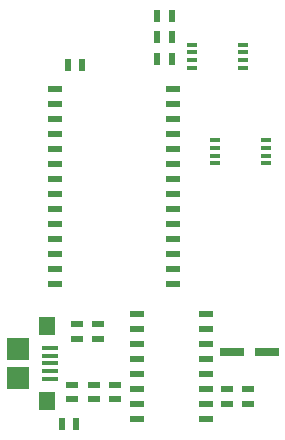
<source format=gtp>
G04*
G04 #@! TF.GenerationSoftware,Altium Limited,Altium Designer,21.6.4 (81)*
G04*
G04 Layer_Color=8421504*
%FSLAX25Y25*%
%MOIN*%
G70*
G04*
G04 #@! TF.SameCoordinates,35DD912C-F110-465F-AF13-46C66D0AF481*
G04*
G04*
G04 #@! TF.FilePolarity,Positive*
G04*
G01*
G75*
%ADD14R,0.05315X0.01575*%
%ADD15R,0.05512X0.06299*%
%ADD16R,0.07480X0.07480*%
%ADD17R,0.05000X0.02008*%
%ADD18R,0.03740X0.01575*%
%ADD19R,0.07874X0.02756*%
%ADD20R,0.03937X0.02362*%
%ADD21R,0.02362X0.03937*%
D14*
X22736Y49213D02*
D03*
Y46654D02*
D03*
Y44094D02*
D03*
Y41535D02*
D03*
Y38976D02*
D03*
D15*
X21850Y56693D02*
D03*
Y31496D02*
D03*
D16*
X12205Y48819D02*
D03*
Y39370D02*
D03*
D17*
X24409Y135650D02*
D03*
Y130650D02*
D03*
Y125650D02*
D03*
Y120650D02*
D03*
Y115650D02*
D03*
Y110650D02*
D03*
Y105650D02*
D03*
Y100650D02*
D03*
Y95650D02*
D03*
Y90650D02*
D03*
Y85650D02*
D03*
Y80650D02*
D03*
Y75650D02*
D03*
Y70650D02*
D03*
X63779Y135650D02*
D03*
Y130650D02*
D03*
Y125650D02*
D03*
Y120650D02*
D03*
Y115650D02*
D03*
Y110650D02*
D03*
Y105650D02*
D03*
Y100650D02*
D03*
Y95650D02*
D03*
Y90650D02*
D03*
Y85650D02*
D03*
Y80650D02*
D03*
Y75650D02*
D03*
Y70650D02*
D03*
X51870Y50532D02*
D03*
X74705Y45453D02*
D03*
Y55453D02*
D03*
Y60453D02*
D03*
Y25453D02*
D03*
Y30453D02*
D03*
Y35453D02*
D03*
Y40453D02*
D03*
X51870Y35531D02*
D03*
Y40532D02*
D03*
Y45531D02*
D03*
Y60532D02*
D03*
Y55532D02*
D03*
Y25532D02*
D03*
Y30531D02*
D03*
X74705Y50453D02*
D03*
D18*
X87303Y142618D02*
D03*
Y145177D02*
D03*
Y147736D02*
D03*
Y150295D02*
D03*
X70177Y142618D02*
D03*
Y145177D02*
D03*
Y147736D02*
D03*
Y150295D02*
D03*
X94882Y110728D02*
D03*
Y113287D02*
D03*
Y115847D02*
D03*
Y118405D02*
D03*
X77756Y110728D02*
D03*
Y113287D02*
D03*
Y115847D02*
D03*
Y118405D02*
D03*
D19*
X83366Y48031D02*
D03*
X95177D02*
D03*
D20*
X38976Y52362D02*
D03*
Y57087D02*
D03*
X37402Y37008D02*
D03*
Y32283D02*
D03*
X30315Y37008D02*
D03*
Y32283D02*
D03*
X88878Y35433D02*
D03*
Y30709D02*
D03*
X31890Y57087D02*
D03*
Y52362D02*
D03*
X44488Y37008D02*
D03*
Y32283D02*
D03*
X81791Y35433D02*
D03*
Y30709D02*
D03*
D21*
X28740Y143701D02*
D03*
X33465D02*
D03*
X58661Y145669D02*
D03*
X63386D02*
D03*
X58661Y159843D02*
D03*
X63386D02*
D03*
X58661Y152756D02*
D03*
X63386D02*
D03*
X26772Y24016D02*
D03*
X31496D02*
D03*
M02*

</source>
